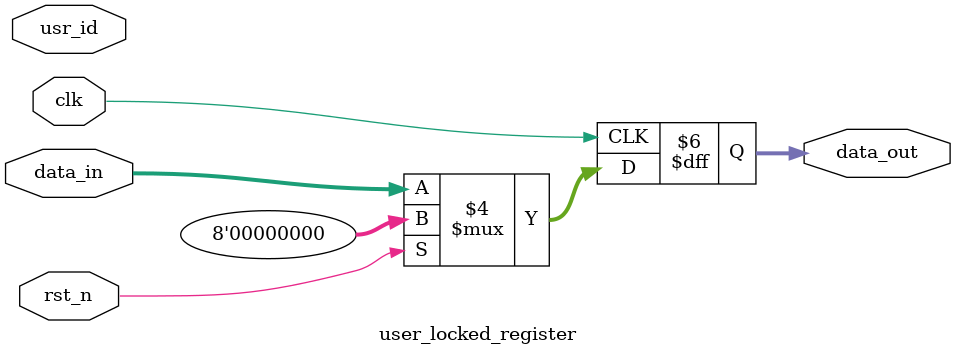
<source format=v>
module user_locked_register(data_out, usr_id, data_in, clk, rst_n);
output reg [7:0] data_out;
input wire [1:0] usr_id;
input wire [7:0] data_in;
input wire clk, rst_n;

//write data_in to data_out only when usr_id is 2'h2
//-copilot next line-
//copilot mean_prob: 0.6633249837629265

always @(posedge clk)
begin
    if(rst_n == 1'b1)
        data_out <= 0;
    else
        data_out <= data_in;
end



endmodule
</source>
